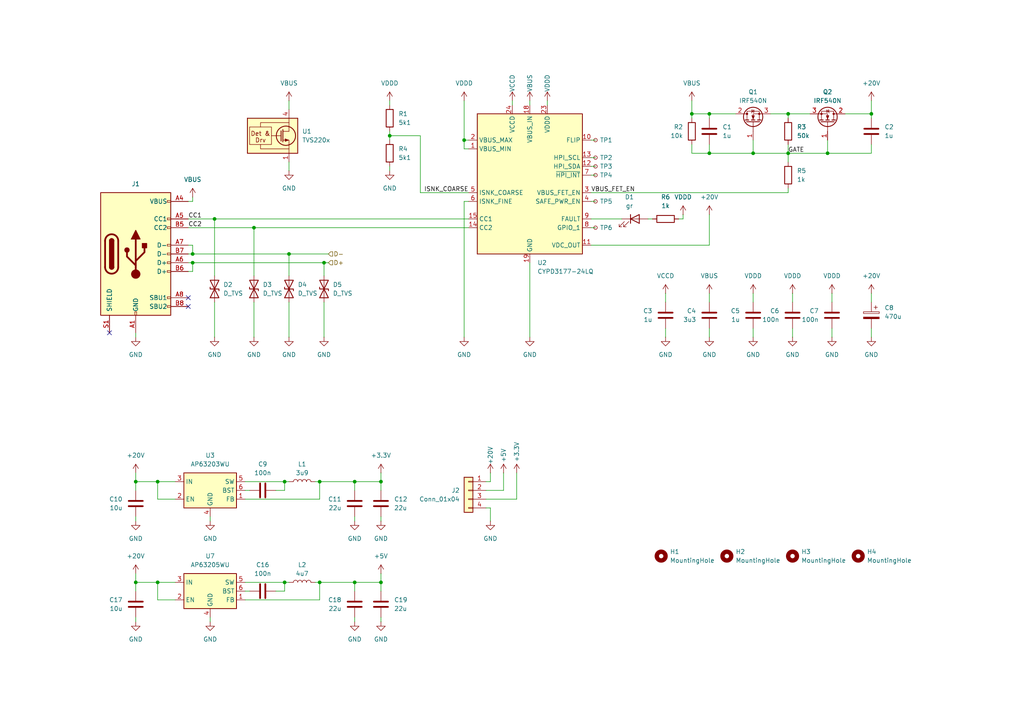
<source format=kicad_sch>
(kicad_sch (version 20231120) (generator "eeschema") (generator_version "8.0")
  (paper "A4")
  (title_block (rev "v1.0") (company "Mechatronik Schule Winterthur"))
  (lib_symbols
    (symbol "Connector:TestPoint_Small" (pin_numbers hide) (pin_names (offset 0.762) hide)
      (property "Reference" "TP" (at 0 3.81 0))
      (property "Value" "TestPoint_Small" (at 0 2.032 0))
      (symbol "TestPoint_Small_1_1"
        (pin passive line (at 0 0 90) (length 0) (name "1") (number "1"))
      )
    )
    (symbol "Connector:USB_C_Receptacle_USB2.0_16P" (pin_names (offset 1.016))
      (property "Reference" "J" (at 0 22.225 0))
      (property "Value" "USB_C_Receptacle_USB2.0_16P" (at 0 19.685 0))
      (symbol "USB_C_Receptacle_USB2.0_16P_1_1"
        (pin passive line (at 0 -22.86 90) (length 5.08) (name "GND") (number "A1"))
        (pin passive line (at 0 -22.86 90) (length 5.08) hide (name "GND") (number "A12"))
        (pin passive line (at 15.24 15.24 180) (length 5.08) (name "VBUS") (number "A4"))
        (pin bidirectional line (at 15.24 10.16 180) (length 5.08) (name "CC1") (number "A5"))
        (pin bidirectional line (at 15.24 -2.54 180) (length 5.08) (name "D+") (number "A6"))
        (pin bidirectional line (at 15.24 2.54 180) (length 5.08) (name "D-") (number "A7"))
        (pin bidirectional line (at 15.24 -12.7 180) (length 5.08) (name "SBU1") (number "A8"))
        (pin passive line (at 15.24 15.24 180) (length 5.08) hide (name "VBUS") (number "A9"))
        (pin passive line (at 0 -22.86 90) (length 5.08) hide (name "GND") (number "B1"))
        (pin passive line (at 0 -22.86 90) (length 5.08) hide (name "GND") (number "B12"))
        (pin passive line (at 15.24 15.24 180) (length 5.08) hide (name "VBUS") (number "B4"))
        (pin bidirectional line (at 15.24 7.62 180) (length 5.08) (name "CC2") (number "B5"))
        (pin bidirectional line (at 15.24 -5.08 180) (length 5.08) (name "D+") (number "B6"))
        (pin bidirectional line (at 15.24 0 180) (length 5.08) (name "D-") (number "B7"))
        (pin bidirectional line (at 15.24 -15.24 180) (length 5.08) (name "SBU2") (number "B8"))
        (pin passive line (at 15.24 15.24 180) (length 5.08) hide (name "VBUS") (number "B9"))
        (pin passive line (at -7.62 -22.86 90) (length 5.08) (name "SHIELD") (number "S1"))
      )
    )
    (symbol "Connector_Generic:Conn_01x04" (pin_names (offset 1.016) hide)
      (property "Reference" "J" (at 0 5.08 0))
      (property "Value" "Conn_01x04" (at 0 -7.62 0))
      (symbol "Conn_01x04_1_1"
        (pin passive line (at -5.08 2.54 0) (length 3.81) (name "Pin_1") (number "1"))
        (pin passive line (at -5.08 0 0) (length 3.81) (name "Pin_2") (number "2"))
        (pin passive line (at -5.08 -2.54 0) (length 3.81) (name "Pin_3") (number "3"))
        (pin passive line (at -5.08 -5.08 0) (length 3.81) (name "Pin_4") (number "4"))
      )
    )
    (symbol "Device:C" (pin_numbers hide) (pin_names (offset 0.254))
      (property "Reference" "C" (at 0.635 2.54 0))
      (property "Value" "C" (at 0.635 -2.54 0))
      (symbol "C_1_1"
        (pin passive line (at 0 3.81 270) (length 2.794) (name "~") (number "1"))
        (pin passive line (at 0 -3.81 90) (length 2.794) (name "~") (number "2"))
      )
    )
    (symbol "Device:C_Polarized" (pin_numbers hide) (pin_names (offset 0.254))
      (property "Reference" "C" (at 0.635 2.54 0))
      (property "Value" "C_Polarized" (at 0.635 -2.54 0))
      (symbol "C_Polarized_1_1"
        (pin passive line (at 0 3.81 270) (length 2.794) (name "~") (number "1"))
        (pin passive line (at 0 -3.81 90) (length 2.794) (name "~") (number "2"))
      )
    )
    (symbol "Device:D_TVS" (pin_numbers hide) (pin_names (offset 1.016) hide)
      (property "Reference" "D" (at 0 2.54 0))
      (property "Value" "D_TVS" (at 0 -2.54 0))
      (symbol "D_TVS_1_1"
        (pin passive line (at -3.81 0 0) (length 2.54) (name "A1") (number "1"))
        (pin passive line (at 3.81 0 180) (length 2.54) (name "A2") (number "2"))
      )
    )
    (symbol "Device:L" (pin_numbers hide) (pin_names (offset 1.016) hide)
      (property "Reference" "L" (at -1.27 0 90))
      (property "Value" "L" (at 1.905 0 90))
      (symbol "L_1_1"
        (pin passive line (at 0 3.81 270) (length 1.27) (name "1") (number "1"))
        (pin passive line (at 0 -3.81 90) (length 1.27) (name "2") (number "2"))
      )
    )
    (symbol "Device:LED" (pin_numbers hide) (pin_names (offset 1.016) hide)
      (property "Reference" "D" (at 0 2.54 0))
      (property "Value" "LED" (at 0 -2.54 0))
      (symbol "LED_1_1"
        (pin passive line (at -3.81 0 0) (length 2.54) (name "K") (number "1"))
        (pin passive line (at 3.81 0 180) (length 2.54) (name "A") (number "2"))
      )
    )
    (symbol "Device:R" (pin_numbers hide) (pin_names (offset 0))
      (property "Reference" "R" (at 2.032 0 90))
      (property "Value" "R" (at 0 0 90))
      (symbol "R_1_1"
        (pin passive line (at 0 3.81 270) (length 1.27) (name "~") (number "1"))
        (pin passive line (at 0 -3.81 90) (length 1.27) (name "~") (number "2"))
      )
    )
    (symbol "Interface_USB:CYPD3177-24LQ"
      (property "Reference" "U" (at -13.97 21.59 0))
      (property "Value" "CYPD3177-24LQ" (at 10.16 -21.59 0))
      (symbol "CYPD3177-24LQ_1_1"
        (pin input line (at -17.78 10.16 0) (length 2.54) (name "VBUS_MIN") (number "1"))
        (pin output line (at 17.78 12.7 180) (length 2.54) (name "FLIP") (number "10"))
        (pin output line (at 17.78 -17.78 180) (length 2.54) (name "VDC_OUT") (number "11"))
        (pin bidirectional line (at 17.78 5.08 180) (length 2.54) (name "HPI_SDA") (number "12"))
        (pin bidirectional line (at 17.78 7.62 180) (length 2.54) (name "HPI_SCL") (number "13"))
        (pin bidirectional line (at -17.78 -12.7 0) (length 2.54) (name "CC2") (number "14"))
        (pin bidirectional line (at -17.78 -10.16 0) (length 2.54) (name "CC1") (number "15"))
        (pin no_connect line (at -15.24 2.54 0) (length 2.54) hide (name "NC") (number "16"))
        (pin no_connect line (at -15.24 5.08 0) (length 2.54) hide (name "NC") (number "17"))
        (pin power_in line (at 0 22.86 270) (length 2.54) (name "VBUS_IN") (number "18"))
        (pin power_in line (at 0 -22.86 90) (length 2.54) (name "GND") (number "19"))
        (pin input line (at -17.78 12.7 0) (length 2.54) (name "VBUS_MAX") (number "2"))
        (pin no_connect line (at 15.24 17.78 180) (length 2.54) hide (name "NC") (number "20"))
        (pin no_connect line (at 15.24 15.24 180) (length 2.54) hide (name "NC") (number "21"))
        (pin passive line (at 0 -22.86 90) (length 2.54) hide (name "GND") (number "22"))
        (pin power_out line (at 5.08 22.86 270) (length 2.54) (name "VDDD") (number "23"))
        (pin power_out line (at -5.08 22.86 270) (length 2.54) (name "VCCD") (number "24"))
        (pin passive line (at 0 -22.86 90) (length 2.54) hide (name "GND") (number "25"))
        (pin output line (at 17.78 -2.54 180) (length 2.54) (name "VBUS_FET_EN") (number "3"))
        (pin output line (at 17.78 -5.08 180) (length 2.54) (name "SAFE_PWR_EN") (number "4"))
        (pin input line (at -17.78 -2.54 0) (length 2.54) (name "ISNK_COARSE") (number "5"))
        (pin input line (at -17.78 -5.08 0) (length 2.54) (name "ISNK_FINE") (number "6"))
        (pin input line (at 17.78 2.54 180) (length 2.54) (name "~{HPI_INT}") (number "7"))
        (pin bidirectional line (at 17.78 -12.7 180) (length 2.54) (name "GPIO_1") (number "8"))
        (pin output line (at 17.78 -10.16 180) (length 2.54) (name "FAULT") (number "9"))
      )
    )
    (symbol "Mechanical:MountingHole" (pin_names (offset 1.016)) (exclude_from_sim yes) (in_bom no)
      (property "Reference" "H" (at 0 5.08 0))
      (property "Value" "MountingHole" (at 0 3.175 0))
    )
    (symbol "Power_Protection:TVS2200DRV" (pin_names (offset 0) hide)
      (property "Reference" "U" (at 2.54 1.27 0))
      (property "Value" "TVS2200DRV" (at 2.54 -1.27 0))
      (symbol "TVS2200DRV_0_0"
        (text "Det &" (at -8.255 0.635 0) (effects (font (size 1.27 1.27))))
        (text "Drv" (at -8.255 -1.27 0) (effects (font (size 1.27 1.27))))
      )
      (symbol "TVS2200DRV_1_1"
        (pin power_in line (at 0 -7.62 90) (length 2.54) (name "GND") (number "1"))
        (pin passive line (at 0 -7.62 90) (length 2.54) hide (name "GND") (number "2"))
        (pin passive line (at 0 -7.62 90) (length 2.54) hide (name "GND") (number "3"))
        (pin passive line (at 0 7.62 270) (length 2.54) (name "IN") (number "4"))
        (pin passive line (at 0 7.62 270) (length 2.54) hide (name "IN") (number "5"))
        (pin passive line (at 0 7.62 270) (length 2.54) hide (name "IN") (number "6"))
        (pin passive line (at 0 -7.62 90) (length 2.54) hide (name "GND") (number "7"))
      )
    )
    (symbol "Regulator_Switching:AP63203WU"
      (property "Reference" "U" (at -7.62 6.35 0))
      (property "Value" "AP63203WU" (at 2.54 6.35 0))
      (symbol "AP63203WU_1_1"
        (pin input line (at 10.16 -2.54 180) (length 2.54) (name "FB") (number "1"))
        (pin input line (at -10.16 -2.54 0) (length 2.54) (name "EN") (number "2"))
        (pin power_in line (at -10.16 2.54 0) (length 2.54) (name "IN") (number "3"))
        (pin power_in line (at 0 -7.62 90) (length 2.54) (name "GND") (number "4"))
        (pin output line (at 10.16 2.54 180) (length 2.54) (name "SW") (number "5"))
        (pin passive line (at 10.16 0 180) (length 2.54) (name "BST") (number "6"))
      )
    )
    (symbol "Regulator_Switching:AP63205WU"
      (property "Reference" "U" (at -7.62 6.35 0))
      (property "Value" "AP63205WU" (at 2.54 6.35 0))
      (symbol "AP63205WU_1_1"
        (pin input line (at 10.16 -2.54 180) (length 2.54) (name "FB") (number "1"))
        (pin input line (at -10.16 -2.54 0) (length 2.54) (name "EN") (number "2"))
        (pin power_in line (at -10.16 2.54 0) (length 2.54) (name "IN") (number "3"))
        (pin power_in line (at 0 -7.62 90) (length 2.54) (name "GND") (number "4"))
        (pin output line (at 10.16 2.54 180) (length 2.54) (name "SW") (number "5"))
        (pin passive line (at 10.16 0 180) (length 2.54) (name "BST") (number "6"))
      )
    )
    (symbol "Transistor_FET:IRF540N" (pin_names hide)
      (property "Reference" "Q" (at 5.08 1.905 0))
      (property "Value" "IRF540N" (at 5.08 0 0))
      (symbol "IRF540N_1_1"
        (pin input line (at -5.08 0 0) (length 2.54) (name "G") (number "1"))
        (pin passive line (at 2.54 5.08 270) (length 2.54) (name "D") (number "2"))
        (pin passive line (at 2.54 -5.08 90) (length 2.54) (name "S") (number "3"))
      )
    )
    (symbol "power:+3.3V" (power) (pin_numbers hide) (pin_names (offset 0) hide)
      (property "Value" "+3.3V" (at 0 3.556 0))
      (symbol "+3.3V_1_1"
        (pin power_in line (at 0 0 90) (length 0) (name "~") (number "1"))
      )
    )
    (symbol "power:+5V" (power) (pin_numbers hide) (pin_names (offset 0) hide)
      (property "Value" "+5V" (at 0 3.556 0))
      (symbol "+5V_1_1"
        (pin power_in line (at 0 0 90) (length 0) (name "~") (number "1"))
      )
    )
    (symbol "power:GND" (power) (pin_numbers hide) (pin_names (offset 0) hide)
      (property "Value" "GND" (at 0 -3.81 0))
      (symbol "GND_1_1"
        (pin power_in line (at 0 0 270) (length 0) (name "~") (number "1"))
      )
    )
    (symbol "power:VBUS" (power) (pin_numbers hide) (pin_names (offset 0) hide)
      (property "Value" "VBUS" (at 0 3.556 0))
      (symbol "VBUS_1_1"
        (pin power_in line (at 0 0 90) (length 0) (name "~") (number "1"))
      )
    )
    (symbol "power:VCC" (power) (pin_numbers hide) (pin_names (offset 0) hide)
      (property "Value" "VCC" (at 0 3.556 0))
      (symbol "VCC_1_1"
        (pin power_in line (at 0 0 90) (length 0) (name "~") (number "1"))
      )
    )
  )
  (junction (at 110.49 139.7))
  (junction (at 205.74 44.45))
  (junction (at 228.6 33.02))
  (junction (at 102.87 139.7))
  (junction (at 45.72 168.91))
  (junction (at 45.72 139.7))
  (junction (at 62.23 63.5))
  (junction (at 92.71 168.91))
  (junction (at 55.88 73.66))
  (junction (at 83.82 73.66))
  (junction (at 252.73 33.02))
  (junction (at 218.44 44.45))
  (junction (at 110.49 168.91))
  (junction (at 93.98 76.2))
  (junction (at 39.37 168.91))
  (junction (at 200.66 33.02))
  (junction (at 82.55 168.91))
  (junction (at 102.87 168.91))
  (junction (at 73.66 66.04))
  (junction (at 92.71 139.7))
  (junction (at 113.03 39.37))
  (junction (at 240.03 44.45))
  (junction (at 55.88 76.2))
  (junction (at 39.37 139.7))
  (junction (at 82.55 139.7))
  (junction (at 228.6 44.45))
  (junction (at 134.62 40.64))
  (junction (at 205.74 33.02))
  (no_connect (at 54.61 86.36))
  (no_connect (at 31.75 96.52))
  (no_connect (at 54.61 88.9))
  (wire (pts (xy 140.97 144.78) (xy 149.86 144.78)))
  (wire (pts (xy 218.44 40.64) (xy 218.44 44.45)))
  (wire (pts (xy 39.37 149.86) (xy 39.37 151.13)))
  (wire (pts (xy 71.12 173.99) (xy 92.71 173.99)))
  (wire (pts (xy 55.88 78.74) (xy 55.88 76.2)))
  (wire (pts (xy 252.73 85.09) (xy 252.73 87.63)))
  (wire (pts (xy 73.66 66.04) (xy 135.89 66.04)))
  (wire (pts (xy 205.74 71.12) (xy 171.45 71.12)))
  (wire (pts (xy 82.55 171.45) (xy 82.55 168.91)))
  (wire (pts (xy 91.44 168.91) (xy 92.71 168.91)))
  (wire (pts (xy 228.6 54.61) (xy 228.6 55.88)))
  (wire (pts (xy 113.03 29.21) (xy 113.03 30.48)))
  (wire (pts (xy 171.45 58.42) (xy 172.72 58.42)))
  (wire (pts (xy 54.61 63.5) (xy 62.23 63.5)))
  (wire (pts (xy 45.72 173.99) (xy 45.72 168.91)))
  (wire (pts (xy 110.49 179.07) (xy 110.49 180.34)))
  (wire (pts (xy 102.87 149.86) (xy 102.87 151.13)))
  (wire (pts (xy 153.67 76.2) (xy 153.67 97.79)))
  (wire (pts (xy 92.71 173.99) (xy 92.71 168.91)))
  (wire (pts (xy 39.37 168.91) (xy 45.72 168.91)))
  (wire (pts (xy 228.6 41.91) (xy 228.6 44.45)))
  (wire (pts (xy 205.74 62.23) (xy 205.74 71.12)))
  (wire (pts (xy 55.88 58.42) (xy 54.61 58.42)))
  (wire (pts (xy 91.44 139.7) (xy 92.71 139.7)))
  (wire (pts (xy 229.87 95.25) (xy 229.87 97.79)))
  (wire (pts (xy 50.8 144.78) (xy 45.72 144.78)))
  (wire (pts (xy 92.71 144.78) (xy 92.71 139.7)))
  (wire (pts (xy 102.87 168.91) (xy 110.49 168.91)))
  (wire (pts (xy 135.89 43.18) (xy 134.62 43.18)))
  (wire (pts (xy 45.72 139.7) (xy 50.8 139.7)))
  (wire (pts (xy 83.82 46.99) (xy 83.82 49.53)))
  (wire (pts (xy 71.12 139.7) (xy 82.55 139.7)))
  (wire (pts (xy 62.23 63.5) (xy 62.23 80.01)))
  (wire (pts (xy 39.37 168.91) (xy 39.37 171.45)))
  (wire (pts (xy 171.45 45.72) (xy 172.72 45.72)))
  (wire (pts (xy 54.61 78.74) (xy 55.88 78.74)))
  (wire (pts (xy 102.87 139.7) (xy 102.87 142.24)))
  (wire (pts (xy 39.37 96.52) (xy 39.37 97.79)))
  (wire (pts (xy 140.97 142.24) (xy 146.05 142.24)))
  (wire (pts (xy 110.49 168.91) (xy 110.49 171.45)))
  (wire (pts (xy 134.62 29.21) (xy 134.62 40.64)))
  (wire (pts (xy 54.61 66.04) (xy 73.66 66.04)))
  (wire (pts (xy 110.49 137.16) (xy 110.49 139.7)))
  (wire (pts (xy 62.23 63.5) (xy 135.89 63.5)))
  (wire (pts (xy 252.73 29.21) (xy 252.73 33.02)))
  (wire (pts (xy 241.3 85.09) (xy 241.3 87.63)))
  (wire (pts (xy 205.74 95.25) (xy 205.74 97.79)))
  (wire (pts (xy 187.96 63.5) (xy 189.23 63.5)))
  (wire (pts (xy 80.01 171.45) (xy 82.55 171.45)))
  (wire (pts (xy 93.98 76.2) (xy 93.98 80.01)))
  (wire (pts (xy 54.61 76.2) (xy 55.88 76.2)))
  (wire (pts (xy 73.66 66.04) (xy 73.66 80.01)))
  (wire (pts (xy 60.96 149.86) (xy 60.96 151.13)))
  (wire (pts (xy 158.75 29.21) (xy 158.75 30.48)))
  (wire (pts (xy 45.72 144.78) (xy 45.72 139.7)))
  (wire (pts (xy 82.55 142.24) (xy 82.55 139.7)))
  (wire (pts (xy 142.24 139.7) (xy 142.24 137.16)))
  (wire (pts (xy 54.61 71.12) (xy 55.88 71.12)))
  (wire (pts (xy 205.74 33.02) (xy 205.74 34.29)))
  (wire (pts (xy 135.89 58.42) (xy 134.62 58.42)))
  (wire (pts (xy 200.66 33.02) (xy 200.66 34.29)))
  (wire (pts (xy 71.12 142.24) (xy 72.39 142.24)))
  (wire (pts (xy 50.8 173.99) (xy 45.72 173.99)))
  (wire (pts (xy 240.03 40.64) (xy 240.03 44.45)))
  (wire (pts (xy 218.44 44.45) (xy 228.6 44.45)))
  (wire (pts (xy 92.71 139.7) (xy 102.87 139.7)))
  (wire (pts (xy 102.87 168.91) (xy 102.87 171.45)))
  (wire (pts (xy 153.67 29.21) (xy 153.67 30.48)))
  (wire (pts (xy 39.37 139.7) (xy 45.72 139.7)))
  (wire (pts (xy 92.71 168.91) (xy 102.87 168.91)))
  (wire (pts (xy 193.04 85.09) (xy 193.04 87.63)))
  (wire (pts (xy 171.45 40.64) (xy 172.72 40.64)))
  (wire (pts (xy 252.73 95.25) (xy 252.73 97.79)))
  (wire (pts (xy 121.92 39.37) (xy 121.92 55.88)))
  (wire (pts (xy 148.59 29.21) (xy 148.59 30.48)))
  (wire (pts (xy 140.97 139.7) (xy 142.24 139.7)))
  (wire (pts (xy 146.05 137.16) (xy 146.05 142.24)))
  (wire (pts (xy 218.44 95.25) (xy 218.44 97.79)))
  (wire (pts (xy 205.74 33.02) (xy 213.36 33.02)))
  (wire (pts (xy 240.03 44.45) (xy 252.73 44.45)))
  (wire (pts (xy 252.73 44.45) (xy 252.73 41.91)))
  (wire (pts (xy 73.66 87.63) (xy 73.66 97.79)))
  (wire (pts (xy 171.45 50.8) (xy 172.72 50.8)))
  (wire (pts (xy 55.88 57.15) (xy 55.88 58.42)))
  (wire (pts (xy 121.92 55.88) (xy 135.89 55.88)))
  (wire (pts (xy 149.86 144.78) (xy 149.86 137.16)))
  (wire (pts (xy 102.87 179.07) (xy 102.87 180.34)))
  (wire (pts (xy 102.87 139.7) (xy 110.49 139.7)))
  (wire (pts (xy 83.82 73.66) (xy 83.82 80.01)))
  (wire (pts (xy 54.61 73.66) (xy 55.88 73.66)))
  (wire (pts (xy 113.03 40.64) (xy 113.03 39.37)))
  (wire (pts (xy 93.98 87.63) (xy 93.98 97.79)))
  (wire (pts (xy 171.45 48.26) (xy 172.72 48.26)))
  (wire (pts (xy 223.52 33.02) (xy 228.6 33.02)))
  (wire (pts (xy 200.66 44.45) (xy 205.74 44.45)))
  (wire (pts (xy 228.6 55.88) (xy 171.45 55.88)))
  (wire (pts (xy 93.98 76.2) (xy 95.25 76.2)))
  (wire (pts (xy 83.82 29.21) (xy 83.82 31.75)))
  (wire (pts (xy 200.66 41.91) (xy 200.66 44.45)))
  (wire (pts (xy 198.12 63.5) (xy 198.12 62.23)))
  (wire (pts (xy 241.3 95.25) (xy 241.3 97.79)))
  (wire (pts (xy 110.49 139.7) (xy 110.49 142.24)))
  (wire (pts (xy 228.6 44.45) (xy 228.6 46.99)))
  (wire (pts (xy 82.55 139.7) (xy 83.82 139.7)))
  (wire (pts (xy 80.01 142.24) (xy 82.55 142.24)))
  (wire (pts (xy 39.37 166.37) (xy 39.37 168.91)))
  (wire (pts (xy 121.92 39.37) (xy 113.03 39.37)))
  (wire (pts (xy 171.45 66.04) (xy 172.72 66.04)))
  (wire (pts (xy 45.72 168.91) (xy 50.8 168.91)))
  (wire (pts (xy 134.62 43.18) (xy 134.62 40.64)))
  (wire (pts (xy 39.37 139.7) (xy 39.37 142.24)))
  (wire (pts (xy 252.73 33.02) (xy 252.73 34.29)))
  (wire (pts (xy 193.04 95.25) (xy 193.04 97.79)))
  (wire (pts (xy 55.88 71.12) (xy 55.88 73.66)))
  (wire (pts (xy 113.03 49.53) (xy 113.03 48.26)))
  (wire (pts (xy 113.03 38.1) (xy 113.03 39.37)))
  (wire (pts (xy 134.62 40.64) (xy 135.89 40.64)))
  (wire (pts (xy 229.87 85.09) (xy 229.87 87.63)))
  (wire (pts (xy 205.74 85.09) (xy 205.74 87.63)))
  (wire (pts (xy 171.45 63.5) (xy 180.34 63.5)))
  (wire (pts (xy 110.49 166.37) (xy 110.49 168.91)))
  (wire (pts (xy 228.6 33.02) (xy 234.95 33.02)))
  (wire (pts (xy 200.66 33.02) (xy 205.74 33.02)))
  (wire (pts (xy 71.12 144.78) (xy 92.71 144.78)))
  (wire (pts (xy 39.37 179.07) (xy 39.37 180.34)))
  (wire (pts (xy 134.62 58.42) (xy 134.62 97.79)))
  (wire (pts (xy 200.66 29.21) (xy 200.66 33.02)))
  (wire (pts (xy 71.12 171.45) (xy 72.39 171.45)))
  (wire (pts (xy 142.24 147.32) (xy 142.24 151.13)))
  (wire (pts (xy 228.6 33.02) (xy 228.6 34.29)))
  (wire (pts (xy 218.44 85.09) (xy 218.44 87.63)))
  (wire (pts (xy 110.49 149.86) (xy 110.49 151.13)))
  (wire (pts (xy 245.11 33.02) (xy 252.73 33.02)))
  (wire (pts (xy 196.85 63.5) (xy 198.12 63.5)))
  (wire (pts (xy 140.97 147.32) (xy 142.24 147.32)))
  (wire (pts (xy 228.6 44.45) (xy 240.03 44.45)))
  (wire (pts (xy 39.37 137.16) (xy 39.37 139.7)))
  (wire (pts (xy 55.88 76.2) (xy 93.98 76.2)))
  (wire (pts (xy 205.74 41.91) (xy 205.74 44.45)))
  (wire (pts (xy 62.23 87.63) (xy 62.23 97.79)))
  (wire (pts (xy 82.55 168.91) (xy 83.82 168.91)))
  (wire (pts (xy 60.96 179.07) (xy 60.96 180.34)))
  (wire (pts (xy 55.88 73.66) (xy 83.82 73.66)))
  (wire (pts (xy 83.82 73.66) (xy 95.25 73.66)))
  (wire (pts (xy 71.12 168.91) (xy 82.55 168.91)))
  (wire (pts (xy 205.74 44.45) (xy 218.44 44.45)))
  (wire (pts (xy 83.82 87.63) (xy 83.82 97.79)))
  (label "GATE" (at 228.6 44.45 0))
  (label "ISNK_COARSE" (at 135.89 55.88 180))
  (label "CC1" (at 54.61 63.5 0))
  (label "CC2" (at 54.61 66.04 0))
  (label "VBUS_FET_EN" (at 171.45 55.88 0))
  (hierarchical_label "D-" (shape input) (at 95.25 73.66 0))
  (hierarchical_label "D+" (shape input) (at 95.25 76.2 0))
  (symbol (lib_id "power:GND") (at 93.98 97.79 0) (unit 1)
    (property "Reference" "#PWR024" (effects (hide yes)))
    (property "Value" "GND" (at 93.98 102.87 0))
    (property "Description" "Power symbol creates a global label with name \"GND\" , ground" (effects (hide yes)))
  )
  (symbol (lib_id "Interface_USB:CYPD3177-24LQ") (at 153.67 53.34 0) (unit 1)
    (property "Reference" "U2" (at 155.8641 76.2 0) (effects (justify left)))
    (property "Value" "CYPD3177-24LQ" (at 155.8641 78.74 0) (effects (justify left)))
    (property "Footprint" "Package_DFN_QFN:QFN-24-1EP_4x4mm_P0.5mm_EP2.75x2.75mm" (effects (hide yes)))
    (property "Datasheet" "https://www.infineon.com/dgdl/Infineon-EZ-PD_BCR_Datasheet_USB_Type-C_Port_Controller_for_Power_Sinks-DataSheet-v03_00-EN.pdf?fileId=8ac78c8c7d0d8da4017d0ee7ce9d70ad" (effects (hide yes)))
    (property "Description" "Stand-alone USB PD controller (with sink Auto-run mode), QFN-24" (effects (hide yes)))
  )
  (symbol (lib_id "power:GND") (at 252.73 97.79 0) (unit 1)
    (property "Reference" "#PWR032" (effects (hide yes)))
    (property "Value" "GND" (at 252.73 102.87 0))
    (property "Description" "Power symbol creates a global label with name \"GND\" , ground" (effects (hide yes)))
  )
  (symbol (lib_id "Device:C") (at 110.49 146.05 0) (unit 1)
    (property "Reference" "C12" (at 114.3 144.7799 0) (effects (justify left)))
    (property "Value" "22u" (at 114.3 147.3199 0) (effects (justify left)))
    (property "Footprint" "Capacitor_SMD:C_0805_2012Metric" (effects (hide yes)))
    (property "Description" "Unpolarized capacitor" (effects (hide yes)))
  )
  (symbol (lib_id "power:VBUS") (at 193.04 85.09 0) (unit 1)
    (property "Reference" "#PWR014" (effects (hide yes)))
    (property "Value" "VCCD" (at 193.04 80.01 0))
    (property "Description" "Power symbol creates a global label with name \"VBUS\"" (effects (hide yes)))
  )
  (symbol (lib_id "Device:R") (at 228.6 50.8 0) (mirror y) (unit 1)
    (property "Reference" "R5" (at 231.14 49.5299 0) (effects (justify right)))
    (property "Value" "1k" (at 231.14 52.0699 0) (effects (justify right)))
    (property "Footprint" "Resistor_SMD:R_0805_2012Metric" (effects (hide yes)))
    (property "Description" "Resistor" (effects (hide yes)))
  )
  (symbol (lib_id "Device:L") (at 87.63 168.91 90) (unit 1)
    (property "Reference" "L2" (at 87.63 163.83 90))
    (property "Value" "4u7" (at 87.63 166.37 90))
    (property "Footprint" "Inductor_SMD_Wurth:L_Wurth_WE-LQSH-4020" (effects (hide yes)))
    (property "Description" "Inductor" (effects (hide yes)))
  )
  (symbol (lib_id "power:GND") (at 110.49 151.13 0) (unit 1)
    (property "Reference" "#PWR042" (effects (hide yes)))
    (property "Value" "GND" (at 110.49 156.21 0))
    (property "Description" "Power symbol creates a global label with name \"GND\" , ground" (effects (hide yes)))
  )
  (symbol (lib_id "power:VCC") (at 39.37 137.16 0) (unit 1)
    (property "Reference" "#PWR036" (effects (hide yes)))
    (property "Value" "+20V" (at 39.37 132.08 0))
    (property "Description" "Power symbol creates a global label with name \"VCC\"" (effects (hide yes)))
  )
  (symbol (lib_id "Device:C_Polarized") (at 252.73 91.44 0) (mirror y) (unit 1)
    (property "Reference" "C8" (at 256.54 89.2809 0) (effects (justify right)))
    (property "Value" "470u" (at 256.54 91.8209 0) (effects (justify right)))
    (property "Footprint" "Capacitor_SMD:C_Elec_8x10.2" (effects (hide yes)))
    (property "Description" "Polarized capacitor" (effects (hide yes)))
  )
  (symbol (lib_id "Device:D_TVS") (at 62.23 83.82 90) (unit 1)
    (property "Reference" "D2" (at 64.77 82.5499 90) (effects (justify right)))
    (property "Value" "D_TVS" (at 64.77 85.0899 90) (effects (justify right)))
    (property "Footprint" "Diode_SMD:D_0603_1608Metric" (effects (hide yes)))
    (property "Description" "Bidirectional transient-voltage-suppression diode" (effects (hide yes)))
  )
  (symbol (lib_id "Mechanical:MountingHole") (at 210.82 161.29 0) (unit 1) (exclude_from_sim yes) (in_bom no)
    (property "Reference" "H2" (at 213.36 160.0199 0) (effects (justify left)))
    (property "Value" "MountingHole" (at 213.36 162.5599 0) (effects (justify left)))
    (property "Footprint" "MountingHole:MountingHole_3.2mm_M3" (effects (hide yes)))
    (property "Description" "Mounting Hole without connection" (effects (hide yes)))
  )
  (symbol (lib_id "power:VBUS") (at 153.67 29.21 0) (unit 1)
    (property "Reference" "#PWR05" (effects (hide yes)))
    (property "Value" "VBUS" (at 153.67 24.13 90))
    (property "Description" "Power symbol creates a global label with name \"VBUS\"" (effects (hide yes)))
  )
  (symbol (lib_id "power:GND") (at 39.37 180.34 0) (unit 1)
    (property "Reference" "#PWR065" (effects (hide yes)))
    (property "Value" "GND" (at 39.37 185.42 0))
    (property "Description" "Power symbol creates a global label with name \"GND\" , ground" (effects (hide yes)))
  )
  (symbol (lib_id "Connector:TestPoint_Small") (at 172.72 40.64 0) (unit 1)
    (property "Reference" "TP1" (at 173.99 40.6399 0) (effects (justify left)))
    (property "Value" "TestPoint_Small" (effects (hide yes)))
    (property "Footprint" "TestPoint:TestPoint_Pad_D1.0mm" (effects (hide yes)))
    (property "Description" "test point" (effects (hide yes)))
  )
  (symbol (lib_id "power:GND") (at 102.87 180.34 0) (unit 1)
    (property "Reference" "#PWR067" (effects (hide yes)))
    (property "Value" "GND" (at 102.87 185.42 0))
    (property "Description" "Power symbol creates a global label with name \"GND\" , ground" (effects (hide yes)))
  )
  (symbol (lib_id "power:GND") (at 62.23 97.79 0) (unit 1)
    (property "Reference" "#PWR021" (effects (hide yes)))
    (property "Value" "GND" (at 62.23 102.87 0))
    (property "Description" "Power symbol creates a global label with name \"GND\" , ground" (effects (hide yes)))
  )
  (symbol (lib_id "power:GND") (at 142.24 151.13 0) (unit 1)
    (property "Reference" "#PWR038" (effects (hide yes)))
    (property "Value" "GND" (at 142.24 156.21 0))
    (property "Description" "Power symbol creates a global label with name \"GND\" , ground" (effects (hide yes)))
  )
  (symbol (lib_id "power:GND") (at 134.62 97.79 0) (unit 1)
    (property "Reference" "#PWR025" (effects (hide yes)))
    (property "Value" "GND" (at 134.62 102.87 0))
    (property "Description" "Power symbol creates a global label with name \"GND\" , ground" (effects (hide yes)))
  )
  (symbol (lib_id "power:GND") (at 153.67 97.79 0) (unit 1)
    (property "Reference" "#PWR026" (effects (hide yes)))
    (property "Value" "GND" (at 153.67 102.87 0))
    (property "Description" "Power symbol creates a global label with name \"GND\" , ground" (effects (hide yes)))
  )
  (symbol (lib_id "power:+5V") (at 146.05 137.16 0) (unit 1)
    (property "Reference" "#PWR033" (effects (hide yes)))
    (property "Value" "+5V" (at 146.05 132.08 90))
    (property "Description" "Power symbol creates a global label with name \"+5V\"" (effects (hide yes)))
  )
  (symbol (lib_id "power:VBUS") (at 229.87 85.09 0) (unit 1)
    (property "Reference" "#PWR017" (effects (hide yes)))
    (property "Value" "VDDD" (at 229.87 80.01 0))
    (property "Description" "Power symbol creates a global label with name \"VBUS\"" (effects (hide yes)))
  )
  (symbol (lib_id "Device:LED") (at 184.15 63.5 0) (unit 1)
    (property "Reference" "D1" (at 182.5625 57.15 0))
    (property "Value" "gr" (at 182.5625 59.69 0))
    (property "Footprint" "Diode_SMD:D_0805_2012Metric" (effects (hide yes)))
    (property "Description" "Light emitting diode" (effects (hide yes)))
  )
  (symbol (lib_id "power:GND") (at 60.96 151.13 0) (unit 1)
    (property "Reference" "#PWR040" (effects (hide yes)))
    (property "Value" "GND" (at 60.96 156.21 0))
    (property "Description" "Power symbol creates a global label with name \"GND\" , ground" (effects (hide yes)))
  )
  (symbol (lib_id "power:VBUS") (at 241.3 85.09 0) (unit 1)
    (property "Reference" "#PWR018" (effects (hide yes)))
    (property "Value" "VDDD" (at 241.3 80.01 0))
    (property "Description" "Power symbol creates a global label with name \"VBUS\"" (effects (hide yes)))
  )
  (symbol (lib_id "power:GND") (at 60.96 180.34 0) (unit 1)
    (property "Reference" "#PWR066" (effects (hide yes)))
    (property "Value" "GND" (at 60.96 185.42 0))
    (property "Description" "Power symbol creates a global label with name \"GND\" , ground" (effects (hide yes)))
  )
  (symbol (lib_id "power:GND") (at 39.37 97.79 0) (unit 1)
    (property "Reference" "#PWR020" (effects (hide yes)))
    (property "Value" "GND" (at 39.37 102.87 0))
    (property "Description" "Power symbol creates a global label with name \"GND\" , ground" (effects (hide yes)))
  )
  (symbol (lib_id "power:VBUS") (at 158.75 29.21 0) (unit 1)
    (property "Reference" "#PWR06" (effects (hide yes)))
    (property "Value" "VDDD" (at 158.75 24.13 90))
    (property "Description" "Power symbol creates a global label with name \"VBUS\"" (effects (hide yes)))
  )
  (symbol (lib_id "power:GND") (at 39.37 151.13 0) (unit 1)
    (property "Reference" "#PWR039" (effects (hide yes)))
    (property "Value" "GND" (at 39.37 156.21 0))
    (property "Description" "Power symbol creates a global label with name \"GND\" , ground" (effects (hide yes)))
  )
  (symbol (lib_id "Device:R") (at 113.03 44.45 0) (unit 1)
    (property "Reference" "R4" (at 115.57 43.1799 0) (effects (justify left)))
    (property "Value" "5k1	" (at 115.57 45.7199 0) (effects (justify left)))
    (property "Footprint" "Resistor_SMD:R_0805_2012Metric" (effects (hide yes)))
    (property "Description" "Resistor" (effects (hide yes)))
  )
  (symbol (lib_id "Device:C") (at 39.37 175.26 0) (mirror y) (unit 1)
    (property "Reference" "C17" (at 35.56 173.9899 0) (effects (justify left)))
    (property "Value" "10u" (at 35.56 176.5299 0) (effects (justify left)))
    (property "Footprint" "Capacitor_SMD:C_0805_2012Metric" (effects (hide yes)))
    (property "Description" "Unpolarized capacitor" (effects (hide yes)))
  )
  (symbol (lib_id "Mechanical:MountingHole") (at 229.87 161.29 0) (unit 1) (exclude_from_sim yes) (in_bom no)
    (property "Reference" "H3" (at 232.41 160.0199 0) (effects (justify left)))
    (property "Value" "MountingHole" (at 232.41 162.5599 0) (effects (justify left)))
    (property "Footprint" "MountingHole:MountingHole_3.2mm_M3" (effects (hide yes)))
    (property "Description" "Mounting Hole without connection" (effects (hide yes)))
  )
  (symbol (lib_id "Device:D_TVS") (at 83.82 83.82 90) (unit 1)
    (property "Reference" "D4" (at 86.36 82.5499 90) (effects (justify right)))
    (property "Value" "D_TVS" (at 86.36 85.0899 90) (effects (justify right)))
    (property "Footprint" "Diode_SMD:D_0603_1608Metric" (effects (hide yes)))
    (property "Description" "Bidirectional transient-voltage-suppression diode" (effects (hide yes)))
  )
  (symbol (lib_id "Device:C") (at 76.2 142.24 270) (mirror x) (unit 1)
    (property "Reference" "C9" (at 76.2 134.62 90))
    (property "Value" "100n" (at 76.2 137.16 90))
    (property "Footprint" "Capacitor_SMD:C_0805_2012Metric" (effects (hide yes)))
    (property "Description" "Unpolarized capacitor" (effects (hide yes)))
  )
  (symbol (lib_id "power:VBUS") (at 113.03 29.21 0) (unit 1)
    (property "Reference" "#PWR02" (effects (hide yes)))
    (property "Value" "VDDD" (at 113.03 24.13 0))
    (property "Description" "Power symbol creates a global label with name \"VBUS\"" (effects (hide yes)))
  )
  (symbol (lib_id "Device:C") (at 102.87 175.26 0) (mirror y) (unit 1)
    (property "Reference" "C18" (at 99.06 173.9899 0) (effects (justify left)))
    (property "Value" "22u" (at 99.06 176.5299 0) (effects (justify left)))
    (property "Footprint" "Capacitor_SMD:C_0805_2012Metric" (effects (hide yes)))
    (property "Description" "Unpolarized capacitor" (effects (hide yes)))
  )
  (symbol (lib_id "power:VBUS") (at 200.66 29.21 0) (unit 1)
    (property "Reference" "#PWR07" (effects (hide yes)))
    (property "Value" "VBUS" (at 200.66 24.13 0))
    (property "Description" "Power symbol creates a global label with name \"VBUS\"" (effects (hide yes)))
  )
  (symbol (lib_id "power:GND") (at 205.74 97.79 0) (unit 1)
    (property "Reference" "#PWR028" (effects (hide yes)))
    (property "Value" "GND" (at 205.74 102.87 0))
    (property "Description" "Power symbol creates a global label with name \"GND\" , ground" (effects (hide yes)))
  )
  (symbol (lib_id "power:GND") (at 110.49 180.34 0) (unit 1)
    (property "Reference" "#PWR068" (effects (hide yes)))
    (property "Value" "GND" (at 110.49 185.42 0))
    (property "Description" "Power symbol creates a global label with name \"GND\" , ground" (effects (hide yes)))
  )
  (symbol (lib_id "power:GND") (at 193.04 97.79 0) (unit 1)
    (property "Reference" "#PWR027" (effects (hide yes)))
    (property "Value" "GND" (at 193.04 102.87 0))
    (property "Description" "Power symbol creates a global label with name \"GND\" , ground" (effects (hide yes)))
  )
  (symbol (lib_id "Connector:TestPoint_Small") (at 172.72 50.8 0) (unit 1)
    (property "Reference" "TP4" (at 173.99 50.7999 0) (effects (justify left)))
    (property "Value" "TestPoint_Small" (effects (hide yes)))
    (property "Footprint" "TestPoint:TestPoint_Pad_D1.0mm" (effects (hide yes)))
    (property "Description" "test point" (effects (hide yes)))
  )
  (symbol (lib_id "power:VCC") (at 39.37 166.37 0) (unit 1)
    (property "Reference" "#PWR063" (effects (hide yes)))
    (property "Value" "+20V" (at 39.37 161.29 0))
    (property "Description" "Power symbol creates a global label with name \"VCC\"" (effects (hide yes)))
  )
  (symbol (lib_id "Connector:TestPoint_Small") (at 172.72 45.72 0) (unit 1)
    (property "Reference" "TP2" (at 173.99 45.7199 0) (effects (justify left)))
    (property "Value" "TestPoint_Small" (effects (hide yes)))
    (property "Footprint" "TestPoint:TestPoint_Pad_D1.0mm" (effects (hide yes)))
    (property "Description" "test point" (effects (hide yes)))
  )
  (symbol (lib_id "Connector:TestPoint_Small") (at 172.72 66.04 0) (unit 1)
    (property "Reference" "TP6" (at 173.99 66.0399 0) (effects (justify left)))
    (property "Value" "TestPoint_Small" (effects (hide yes)))
    (property "Footprint" "TestPoint:TestPoint_Pad_D1.0mm" (effects (hide yes)))
    (property "Description" "test point" (effects (hide yes)))
  )
  (symbol (lib_id "Device:C") (at 205.74 38.1 0) (unit 1)
    (property "Reference" "C1" (at 209.55 36.8299 0) (effects (justify left)))
    (property "Value" "1u" (at 209.55 39.3699 0) (effects (justify left)))
    (property "Footprint" "Capacitor_SMD:C_0805_2012Metric" (effects (hide yes)))
    (property "Description" "Unpolarized capacitor" (effects (hide yes)))
  )
  (symbol (lib_id "Connector:TestPoint_Small") (at 172.72 58.42 0) (unit 1)
    (property "Reference" "TP5" (at 173.99 58.4199 0) (effects (justify left)))
    (property "Value" "TestPoint_Small" (effects (hide yes)))
    (property "Footprint" "TestPoint:TestPoint_Pad_D1.0mm" (effects (hide yes)))
    (property "Description" "test point" (effects (hide yes)))
  )
  (symbol (lib_id "Device:C") (at 205.74 91.44 0) (mirror y) (unit 1)
    (property "Reference" "C4" (at 201.93 90.1699 0) (effects (justify left)))
    (property "Value" "3u3" (at 201.93 92.7099 0) (effects (justify left)))
    (property "Footprint" "Capacitor_SMD:C_0805_2012Metric" (effects (hide yes)))
    (property "Description" "Unpolarized capacitor" (effects (hide yes)))
  )
  (symbol (lib_id "Device:R") (at 200.66 38.1 0) (mirror y) (unit 1)
    (property "Reference" "R2" (at 198.12 36.8299 0) (effects (justify left)))
    (property "Value" "10k" (at 198.12 39.3699 0) (effects (justify left)))
    (property "Footprint" "Resistor_SMD:R_0805_2012Metric" (effects (hide yes)))
    (property "Description" "Resistor" (effects (hide yes)))
  )
  (symbol (lib_id "Device:C") (at 76.2 171.45 270) (mirror x) (unit 1)
    (property "Reference" "C16" (at 76.2 163.83 90))
    (property "Value" "100n" (at 76.2 166.37 90))
    (property "Footprint" "Capacitor_SMD:C_0805_2012Metric" (effects (hide yes)))
    (property "Description" "Unpolarized capacitor" (effects (hide yes)))
  )
  (symbol (lib_id "power:GND") (at 113.03 49.53 0) (unit 1)
    (property "Reference" "#PWR010" (effects (hide yes)))
    (property "Value" "GND" (at 113.03 54.61 0))
    (property "Description" "Power symbol creates a global label with name \"GND\" , ground" (effects (hide yes)))
  )
  (symbol (lib_id "power:VBUS") (at 205.74 85.09 0) (unit 1)
    (property "Reference" "#PWR015" (effects (hide yes)))
    (property "Value" "VBUS" (at 205.74 80.01 0))
    (property "Description" "Power symbol creates a global label with name \"VBUS\"" (effects (hide yes)))
  )
  (symbol (lib_id "power:GND") (at 83.82 97.79 0) (unit 1)
    (property "Reference" "#PWR023" (effects (hide yes)))
    (property "Value" "GND" (at 83.82 102.87 0))
    (property "Description" "Power symbol creates a global label with name \"GND\" , ground" (effects (hide yes)))
  )
  (symbol (lib_id "power:VBUS") (at 55.88 57.15 0) (unit 1)
    (property "Reference" "#PWR011" (effects (hide yes)))
    (property "Value" "VBUS" (at 55.88 52.07 0))
    (property "Description" "Power symbol creates a global label with name \"VBUS\"" (effects (hide yes)))
  )
  (symbol (lib_id "Device:C") (at 241.3 91.44 0) (mirror y) (unit 1)
    (property "Reference" "C7" (at 237.49 90.1699 0) (effects (justify left)))
    (property "Value" "100n" (at 237.49 92.7099 0) (effects (justify left)))
    (property "Footprint" "Capacitor_SMD:C_0805_2012Metric" (effects (hide yes)))
    (property "Description" "Unpolarized capacitor" (effects (hide yes)))
  )
  (symbol (lib_id "power:VBUS") (at 134.62 29.21 0) (unit 1)
    (property "Reference" "#PWR03" (effects (hide yes)))
    (property "Value" "VDDD" (at 134.62 24.13 0))
    (property "Description" "Power symbol creates a global label with name \"VBUS\"" (effects (hide yes)))
  )
  (symbol (lib_id "Device:C") (at 252.73 38.1 0) (unit 1)
    (property "Reference" "C2" (at 256.54 36.8299 0) (effects (justify left)))
    (property "Value" "1u" (at 256.54 39.3699 0) (effects (justify left)))
    (property "Footprint" "Capacitor_SMD:C_0805_2012Metric" (effects (hide yes)))
    (property "Description" "Unpolarized capacitor" (effects (hide yes)))
  )
  (symbol (lib_id "power:VBUS") (at 148.59 29.21 0) (unit 1)
    (property "Reference" "#PWR04" (effects (hide yes)))
    (property "Value" "VCCD" (at 148.59 24.13 90))
    (property "Description" "Power symbol creates a global label with name \"VBUS\"" (effects (hide yes)))
  )
  (symbol (lib_id "power:VBUS") (at 83.82 29.21 0) (unit 1)
    (property "Reference" "#PWR01" (effects (hide yes)))
    (property "Value" "VBUS" (at 83.82 24.13 0))
    (property "Description" "Power symbol creates a global label with name \"VBUS\"" (effects (hide yes)))
  )
  (symbol (lib_id "Device:C") (at 218.44 91.44 0) (mirror y) (unit 1)
    (property "Reference" "C5" (at 214.63 90.1699 0) (effects (justify left)))
    (property "Value" "1u" (at 214.63 92.7099 0) (effects (justify left)))
    (property "Footprint" "Capacitor_SMD:C_0805_2012Metric" (effects (hide yes)))
    (property "Description" "Unpolarized capacitor" (effects (hide yes)))
  )
  (symbol (lib_id "power:VCC") (at 205.74 62.23 0) (unit 1)
    (property "Reference" "#PWR013" (effects (hide yes)))
    (property "Value" "+20V" (at 205.74 57.15 0))
    (property "Description" "Power symbol creates a global label with name \"VCC\"" (effects (hide yes)))
  )
  (symbol (lib_id "power:GND") (at 83.82 49.53 0) (unit 1)
    (property "Reference" "#PWR09" (effects (hide yes)))
    (property "Value" "GND" (at 83.82 54.61 0))
    (property "Description" "Power symbol creates a global label with name \"GND\" , ground" (effects (hide yes)))
  )
  (symbol (lib_id "power:+3.3V") (at 149.86 137.16 0) (unit 1)
    (property "Reference" "#PWR035" (effects (hide yes)))
    (property "Value" "+3.3V" (at 149.86 131.064 90))
    (property "Description" "Power symbol creates a global label with name \"+3.3V\"" (effects (hide yes)))
  )
  (symbol (lib_id "Transistor_FET:IRF540N") (at 218.44 35.56 90) (unit 1)
    (property "Reference" "Q1" (at 218.44 26.67 90))
    (property "Value" "IRF540N" (at 218.44 29.21 90))
    (property "Footprint" "Package_TO_SOT_THT:TO-220-3_Horizontal_TabDown" (effects (hide yes)))
    (property "Datasheet" "http://www.irf.com/product-info/datasheets/data/irf540n.pdf" (effects (hide yes)))
    (property "Description" "33A Id, 100V Vds, HEXFET N-Channel MOSFET, TO-220" (effects (hide yes)))
  )
  (symbol (lib_id "Device:R") (at 228.6 38.1 0) (unit 1)
    (property "Reference" "R3" (at 231.14 36.8299 0) (effects (justify left)))
    (property "Value" "50k" (at 231.14 39.3699 0) (effects (justify left)))
    (property "Footprint" "Resistor_SMD:R_0805_2012Metric" (effects (hide yes)))
    (property "Description" "Resistor" (effects (hide yes)))
  )
  (symbol (lib_id "power:+3.3V") (at 110.49 137.16 0) (unit 1)
    (property "Reference" "#PWR037" (effects (hide yes)))
    (property "Value" "+3.3V" (at 110.49 132.08 0))
    (property "Description" "Power symbol creates a global label with name \"+3.3V\"" (effects (hide yes)))
  )
  (symbol (lib_id "Mechanical:MountingHole") (at 191.77 161.29 0) (unit 1) (exclude_from_sim yes) (in_bom no)
    (property "Reference" "H1" (at 194.31 160.0199 0) (effects (justify left)))
    (property "Value" "MountingHole" (at 194.31 162.5599 0) (effects (justify left)))
    (property "Footprint" "MountingHole:MountingHole_3.2mm_M3" (effects (hide yes)))
    (property "Description" "Mounting Hole without connection" (effects (hide yes)))
  )
  (symbol (lib_id "Connector_Generic:Conn_01x04") (at 135.89 142.24 0) (mirror y) (unit 1)
    (property "Reference" "J2" (at 133.35 142.2399 0) (effects (justify left)))
    (property "Value" "Conn_01x04" (at 133.35 144.7799 0) (effects (justify left)))
    (property "Footprint" "Connector_Phoenix_GMSTB:PhoenixContact_GMSTBA_2,5_4-G-7,62_1x04_P7.62mm_Horizontal" (effects (hide yes)))
    (property "Description" "Generic connector, single row, 01x04, script generated (kicad-library-utils/schlib/autogen/connector/)" (effects (hide yes)))
  )
  (symbol (lib_id "power:VBUS") (at 198.12 62.23 0) (unit 1)
    (property "Reference" "#PWR012" (effects (hide yes)))
    (property "Value" "VDDD" (at 198.12 57.15 0))
    (property "Description" "Power symbol creates a global label with name \"VBUS\"" (effects (hide yes)))
  )
  (symbol (lib_id "Device:C") (at 193.04 91.44 0) (mirror y) (unit 1)
    (property "Reference" "C3" (at 189.23 90.1699 0) (effects (justify left)))
    (property "Value" "1u" (at 189.23 92.7099 0) (effects (justify left)))
    (property "Footprint" "Capacitor_SMD:C_0805_2012Metric" (effects (hide yes)))
    (property "Description" "Unpolarized capacitor" (effects (hide yes)))
  )
  (symbol (lib_id "power:VCC") (at 252.73 29.21 0) (unit 1)
    (property "Reference" "#PWR08" (effects (hide yes)))
    (property "Value" "+20V" (at 252.73 24.13 0))
    (property "Description" "Power symbol creates a global label with name \"VCC\"" (effects (hide yes)))
  )
  (symbol (lib_id "Mechanical:MountingHole") (at 248.92 161.29 0) (unit 1) (exclude_from_sim yes) (in_bom no)
    (property "Reference" "H4" (at 251.46 160.0199 0) (effects (justify left)))
    (property "Value" "MountingHole" (at 251.46 162.5599 0) (effects (justify left)))
    (property "Footprint" "MountingHole:MountingHole_3.2mm_M3" (effects (hide yes)))
    (property "Description" "Mounting Hole without connection" (effects (hide yes)))
  )
  (symbol (lib_id "Device:L") (at 87.63 139.7 90) (unit 1)
    (property "Reference" "L1" (at 87.63 134.62 90))
    (property "Value" "3u9" (at 87.63 137.16 90))
    (property "Footprint" "Inductor_SMD_Wurth:L_Wurth_WE-LQSH-4020" (effects (hide yes)))
    (property "Description" "Inductor" (effects (hide yes)))
  )
  (symbol (lib_id "power:VCC") (at 252.73 85.09 0) (unit 1)
    (property "Reference" "#PWR019" (effects (hide yes)))
    (property "Value" "+20V" (at 252.73 80.01 0))
    (property "Description" "Power symbol creates a global label with name \"VCC\"" (effects (hide yes)))
  )
  (symbol (lib_id "Device:R") (at 193.04 63.5 90) (unit 1)
    (property "Reference" "R6" (at 193.04 57.15 90))
    (property "Value" "1k" (at 193.04 59.69 90))
    (property "Footprint" "Resistor_SMD:R_0805_2012Metric" (effects (hide yes)))
    (property "Description" "Resistor" (effects (hide yes)))
  )
  (symbol (lib_id "power:+5V") (at 110.49 166.37 0) (unit 1)
    (property "Reference" "#PWR064" (effects (hide yes)))
    (property "Value" "+5V" (at 110.49 161.29 0))
    (property "Description" "Power symbol creates a global label with name \"+5V\"" (effects (hide yes)))
  )
  (symbol (lib_id "Regulator_Switching:AP63205WU") (at 60.96 171.45 0) (unit 1)
    (property "Reference" "U7" (at 60.96 161.29 0))
    (property "Value" "AP63205WU" (at 60.96 163.83 0))
    (property "Footprint" "Package_TO_SOT_SMD:TSOT-23-6" (effects (hide yes)))
    (property "Datasheet" "https://www.diodes.com/assets/Datasheets/AP63200-AP63201-AP63203-AP63205.pdf" (effects (hide yes)))
    (property "Description" "2A, 1.1MHz Buck DC/DC Converter, fixed 5.0V output voltage, TSOT-23-6" (effects (hide yes)))
  )
  (symbol (lib_id "Connector:USB_C_Receptacle_USB2.0_16P") (at 39.37 73.66 0) (unit 1)
    (property "Reference" "J1" (at 39.37 53.34 0))
    (property "Value" "USB_C_Receptacle_USB2.0_16P" (effects (hide yes)))
    (property "Footprint" "Connector_USB:USB_C_Receptacle_GCT_USB4105-xx-A_16P_TopMnt_Horizontal" (effects (hide yes)))
    (property "Datasheet" "https://www.usb.org/sites/default/files/documents/usb_type-c.zip" (effects (hide yes)))
    (property "Description" "USB 2.0-only 16P Type-C Receptacle connector" (effects (hide yes)))
  )
  (symbol (lib_id "Device:C") (at 39.37 146.05 0) (mirror y) (unit 1)
    (property "Reference" "C10" (at 35.56 144.7799 0) (effects (justify left)))
    (property "Value" "10u" (at 35.56 147.3199 0) (effects (justify left)))
    (property "Footprint" "Capacitor_SMD:C_0805_2012Metric" (effects (hide yes)))
    (property "Description" "Unpolarized capacitor" (effects (hide yes)))
  )
  (symbol (lib_id "power:GND") (at 241.3 97.79 0) (unit 1)
    (property "Reference" "#PWR031" (effects (hide yes)))
    (property "Value" "GND" (at 241.3 102.87 0))
    (property "Description" "Power symbol creates a global label with name \"GND\" , ground" (effects (hide yes)))
  )
  (symbol (lib_id "power:GND") (at 102.87 151.13 0) (unit 1)
    (property "Reference" "#PWR041" (effects (hide yes)))
    (property "Value" "GND" (at 102.87 156.21 0))
    (property "Description" "Power symbol creates a global label with name \"GND\" , ground" (effects (hide yes)))
  )
  (symbol (lib_id "Device:C") (at 229.87 91.44 0) (mirror y) (unit 1)
    (property "Reference" "C6" (at 226.06 90.1699 0) (effects (justify left)))
    (property "Value" "100n" (at 226.06 92.7099 0) (effects (justify left)))
    (property "Footprint" "Capacitor_SMD:C_0805_2012Metric" (effects (hide yes)))
    (property "Description" "Unpolarized capacitor" (effects (hide yes)))
  )
  (symbol (lib_id "Device:D_TVS") (at 73.66 83.82 90) (unit 1)
    (property "Reference" "D3" (at 76.2 82.5499 90) (effects (justify right)))
    (property "Value" "D_TVS" (at 76.2 85.0899 90) (effects (justify right)))
    (property "Footprint" "Diode_SMD:D_0603_1608Metric" (effects (hide yes)))
    (property "Description" "Bidirectional transient-voltage-suppression diode" (effects (hide yes)))
  )
  (symbol (lib_id "Device:R") (at 113.03 34.29 0) (unit 1)
    (property "Reference" "R1" (at 115.57 33.0199 0) (effects (justify left)))
    (property "Value" "5k1" (at 115.57 35.5599 0) (effects (justify left)))
    (property "Footprint" "Resistor_SMD:R_0805_2012Metric" (effects (hide yes)))
    (property "Description" "Resistor" (effects (hide yes)))
  )
  (symbol (lib_id "Transistor_FET:IRF540N") (at 240.03 35.56 270) (mirror x) (unit 1)
    (property "Reference" "Q2" (at 240.03 26.67 90))
    (property "Value" "IRF540N" (at 240.03 29.21 90))
    (property "Footprint" "Package_TO_SOT_THT:TO-220-3_Horizontal_TabDown" (effects (hide yes)))
    (property "Datasheet" "http://www.irf.com/product-info/datasheets/data/irf540n.pdf" (effects (hide yes)))
    (property "Description" "33A Id, 100V Vds, HEXFET N-Channel MOSFET, TO-220" (effects (hide yes)))
  )
  (symbol (lib_id "Power_Protection:TVS2200DRV") (at 83.82 39.37 0) (unit 1)
    (property "Reference" "U1" (at 87.63 38.0999 0) (effects (justify left)))
    (property "Value" "TVS220x" (at 87.63 40.6399 0) (effects (justify left)))
    (property "Footprint" "Package_SON:WSON-6-1EP_2x2mm_P0.65mm_EP1x1.6mm" (effects (hide yes)))
    (property "Datasheet" "http://www.ti.com/lit/ds/symlink/tvs2200.pdf" (effects (hide yes)))
    (property "Description" "Flat-Clamp Surge Protection Device. 22Vrwm, WSON-6" (effects (hide yes)))
  )
  (symbol (lib_id "power:VBUS") (at 218.44 85.09 0) (unit 1)
    (property "Reference" "#PWR016" (effects (hide yes)))
    (property "Value" "VDDD" (at 218.44 80.01 0))
    (property "Description" "Power symbol creates a global label with name \"VBUS\"" (effects (hide yes)))
  )
  (symbol (lib_id "Device:C") (at 102.87 146.05 0) (mirror y) (unit 1)
    (property "Reference" "C11" (at 99.06 144.7799 0) (effects (justify left)))
    (property "Value" "22u" (at 99.06 147.3199 0) (effects (justify left)))
    (property "Footprint" "Capacitor_SMD:C_0805_2012Metric" (effects (hide yes)))
    (property "Description" "Unpolarized capacitor" (effects (hide yes)))
  )
  (symbol (lib_id "Regulator_Switching:AP63203WU") (at 60.96 142.24 0) (unit 1)
    (property "Reference" "U3" (at 60.96 132.08 0))
    (property "Value" "AP63203WU" (at 60.96 134.62 0))
    (property "Footprint" "Package_TO_SOT_SMD:TSOT-23-6" (effects (hide yes)))
    (property "Datasheet" "https://www.diodes.com/assets/Datasheets/AP63200-AP63201-AP63203-AP63205.pdf" (effects (hide yes)))
    (property "Description" "2A, 1.1MHz Buck DC/DC Converter, fixed 3.3V output voltage, TSOT-23-6" (effects (hide yes)))
  )
  (symbol (lib_id "Device:C") (at 110.49 175.26 0) (unit 1)
    (property "Reference" "C19" (at 114.3 173.9899 0) (effects (justify left)))
    (property "Value" "22u" (at 114.3 176.5299 0) (effects (justify left)))
    (property "Footprint" "Capacitor_SMD:C_0805_2012Metric" (effects (hide yes)))
    (property "Description" "Unpolarized capacitor" (effects (hide yes)))
  )
  (symbol (lib_id "power:VCC") (at 142.24 137.16 0) (unit 1)
    (property "Reference" "#PWR034" (effects (hide yes)))
    (property "Value" "+20V" (at 142.24 132.08 90))
    (property "Description" "Power symbol creates a global label with name \"VCC\"" (effects (hide yes)))
  )
  (symbol (lib_id "Connector:TestPoint_Small") (at 172.72 48.26 0) (unit 1)
    (property "Reference" "TP3" (at 173.99 48.2599 0) (effects (justify left)))
    (property "Value" "TestPoint_Small" (effects (hide yes)))
    (property "Footprint" "TestPoint:TestPoint_Pad_D1.0mm" (effects (hide yes)))
    (property "Description" "test point" (effects (hide yes)))
  )
  (symbol (lib_id "power:GND") (at 218.44 97.79 0) (unit 1)
    (property "Reference" "#PWR029" (effects (hide yes)))
    (property "Value" "GND" (at 218.44 102.87 0))
    (property "Description" "Power symbol creates a global label with name \"GND\" , ground" (effects (hide yes)))
  )
  (symbol (lib_id "Device:D_TVS") (at 93.98 83.82 90) (unit 1)
    (property "Reference" "D5" (at 96.52 82.5499 90) (effects (justify right)))
    (property "Value" "D_TVS" (at 96.52 85.0899 90) (effects (justify right)))
    (property "Footprint" "Diode_SMD:D_0603_1608Metric" (effects (hide yes)))
    (property "Description" "Bidirectional transient-voltage-suppression diode" (effects (hide yes)))
  )
  (symbol (lib_id "power:GND") (at 229.87 97.79 0) (unit 1)
    (property "Reference" "#PWR030" (effects (hide yes)))
    (property "Value" "GND" (at 229.87 102.87 0))
    (property "Description" "Power symbol creates a global label with name \"GND\" , ground" (effects (hide yes)))
  )
  (symbol (lib_id "power:GND") (at 73.66 97.79 0) (unit 1)
    (property "Reference" "#PWR022" (effects (hide yes)))
    (property "Value" "GND" (at 73.66 102.87 0))
    (property "Description" "Power symbol creates a global label with name \"GND\" , ground" (effects (hide yes)))
  )
)
</source>
